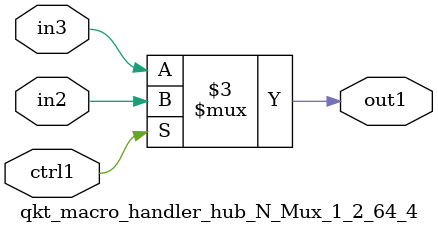
<source format=v>

`timescale 1ps / 1ps


module qkt_macro_handler_hub_N_Mux_1_2_64_4( in3, in2, ctrl1, out1 );

    input in3;
    input in2;
    input ctrl1;
    output out1;
    reg out1;

    
    // rtl_process:qkt_macro_handler_hub_N_Mux_1_2_64_4/qkt_macro_handler_hub_N_Mux_1_2_64_4_thread_1
    always @*
      begin : qkt_macro_handler_hub_N_Mux_1_2_64_4_thread_1
        case (ctrl1) 
          1'b1: 
            begin
              out1 = in2;
            end
          default: 
            begin
              out1 = in3;
            end
        endcase
      end

endmodule





</source>
